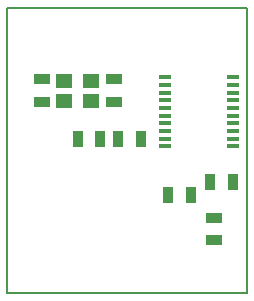
<source format=gtp>
G04 #@! TF.FileFunction,Paste,Top*
%FSLAX46Y46*%
G04 Gerber Fmt 4.6, Leading zero omitted, Abs format (unit mm)*
G04 Created by KiCad (PCBNEW 4.0.7-e0-6372~58~ubuntu16.04.1) date Tue Sep 12 01:36:36 2017*
%MOMM*%
%LPD*%
G01*
G04 APERTURE LIST*
%ADD10C,0.100000*%
%ADD11C,0.150000*%
%ADD12R,1.397000X0.889000*%
%ADD13R,0.889000X1.397000*%
%ADD14R,1.397000X1.193800*%
%ADD15R,1.000000X0.325000*%
G04 APERTURE END LIST*
D10*
D11*
X51120000Y-37355000D02*
X51120000Y-13225000D01*
X30800000Y-37355000D02*
X51120000Y-37355000D01*
X30800000Y-13225000D02*
X30800000Y-37355000D01*
X51120000Y-13225000D02*
X30800000Y-13225000D01*
D12*
X33770000Y-21172500D03*
X33770000Y-19267500D03*
X39900000Y-19257500D03*
X39900000Y-21162500D03*
D13*
X40227500Y-24280000D03*
X42132500Y-24280000D03*
X38712500Y-24310000D03*
X36807500Y-24310000D03*
D12*
X48360000Y-32882500D03*
X48360000Y-30977500D03*
D13*
X48007500Y-27920000D03*
X49912500Y-27920000D03*
X44467500Y-29030000D03*
X46372500Y-29030000D03*
D14*
X35670000Y-19370000D03*
X35670000Y-21071800D03*
X37956000Y-21071800D03*
X37956000Y-19370000D03*
D15*
X44170000Y-19105000D03*
X44170000Y-19755000D03*
X44170000Y-20405000D03*
X44170000Y-21055000D03*
X44170000Y-21705000D03*
X44170000Y-22355000D03*
X44170000Y-23005000D03*
X44170000Y-23655000D03*
X44170000Y-24305000D03*
X44170000Y-24955000D03*
X49970000Y-24955000D03*
X49970000Y-24305000D03*
X49970000Y-23655000D03*
X49970000Y-23005000D03*
X49970000Y-22355000D03*
X49970000Y-21705000D03*
X49970000Y-21055000D03*
X49970000Y-20405000D03*
X49970000Y-19755000D03*
X49970000Y-19105000D03*
M02*

</source>
